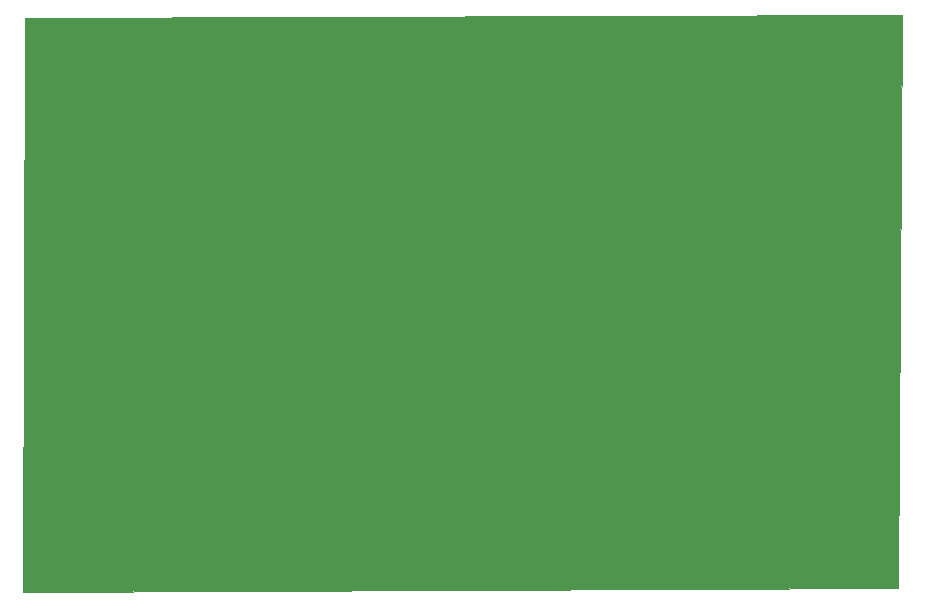
<source format=gbr>
G04 #@! TF.GenerationSoftware,KiCad,Pcbnew,(5.1.2)-1*
G04 #@! TF.CreationDate,2019-07-05T22:38:24-05:00*
G04 #@! TF.ProjectId,Proyecto,50726f79-6563-4746-9f2e-6b696361645f,rev?*
G04 #@! TF.SameCoordinates,Original*
G04 #@! TF.FileFunction,Other,ECO2*
%FSLAX46Y46*%
G04 Gerber Fmt 4.6, Leading zero omitted, Abs format (unit mm)*
G04 Created by KiCad (PCBNEW (5.1.2)-1) date 2019-07-05 22:38:24*
%MOMM*%
%LPD*%
G04 APERTURE LIST*
%ADD10C,0.100000*%
G04 APERTURE END LIST*
D10*
G36*
X179692300Y-105209975D02*
G01*
X105562400Y-105556050D01*
X105791000Y-56984900D01*
X180047900Y-56689625D01*
X179692300Y-105209975D01*
G37*
X179692300Y-105209975D02*
X105562400Y-105556050D01*
X105791000Y-56984900D01*
X180047900Y-56689625D01*
X179692300Y-105209975D01*
M02*

</source>
